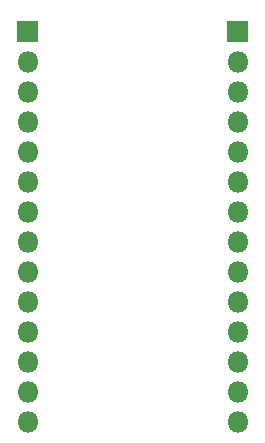
<source format=gbs>
G04 #@! TF.GenerationSoftware,KiCad,Pcbnew,(5.1.10)-1*
G04 #@! TF.CreationDate,2021-11-20T19:19:08-05:00*
G04 #@! TF.ProjectId,SM72442 Breakout Board,534d3732-3434-4322-9042-7265616b6f75,rev?*
G04 #@! TF.SameCoordinates,Original*
G04 #@! TF.FileFunction,Soldermask,Bot*
G04 #@! TF.FilePolarity,Negative*
%FSLAX46Y46*%
G04 Gerber Fmt 4.6, Leading zero omitted, Abs format (unit mm)*
G04 Created by KiCad (PCBNEW (5.1.10)-1) date 2021-11-20 19:19:08*
%MOMM*%
%LPD*%
G01*
G04 APERTURE LIST*
%ADD10O,1.800000X1.800000*%
G04 APERTURE END LIST*
D10*
G04 #@! TO.C,J1*
X129540000Y-151130000D03*
X129540000Y-148590000D03*
X129540000Y-146050000D03*
X129540000Y-143510000D03*
X129540000Y-140970000D03*
X129540000Y-138430000D03*
X129540000Y-135890000D03*
X129540000Y-133350000D03*
X129540000Y-130810000D03*
X129540000Y-128270000D03*
X129540000Y-125730000D03*
X129540000Y-123190000D03*
X129540000Y-120650000D03*
G36*
G01*
X128640000Y-118960000D02*
X128640000Y-117260000D01*
G75*
G02*
X128690000Y-117210000I50000J0D01*
G01*
X130390000Y-117210000D01*
G75*
G02*
X130440000Y-117260000I0J-50000D01*
G01*
X130440000Y-118960000D01*
G75*
G02*
X130390000Y-119010000I-50000J0D01*
G01*
X128690000Y-119010000D01*
G75*
G02*
X128640000Y-118960000I0J50000D01*
G01*
G37*
G04 #@! TD*
G04 #@! TO.C,J2*
G36*
G01*
X146420000Y-118960000D02*
X146420000Y-117260000D01*
G75*
G02*
X146470000Y-117210000I50000J0D01*
G01*
X148170000Y-117210000D01*
G75*
G02*
X148220000Y-117260000I0J-50000D01*
G01*
X148220000Y-118960000D01*
G75*
G02*
X148170000Y-119010000I-50000J0D01*
G01*
X146470000Y-119010000D01*
G75*
G02*
X146420000Y-118960000I0J50000D01*
G01*
G37*
X147320000Y-120650000D03*
X147320000Y-123190000D03*
X147320000Y-125730000D03*
X147320000Y-128270000D03*
X147320000Y-130810000D03*
X147320000Y-133350000D03*
X147320000Y-135890000D03*
X147320000Y-138430000D03*
X147320000Y-140970000D03*
X147320000Y-143510000D03*
X147320000Y-146050000D03*
X147320000Y-148590000D03*
X147320000Y-151130000D03*
G04 #@! TD*
M02*

</source>
